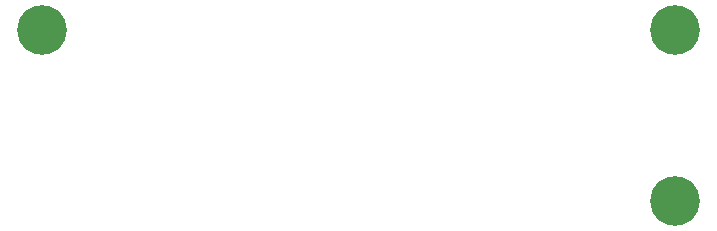
<source format=gbs>
G04 Layer_Color=16711935*
%FSLAX25Y25*%
%MOIN*%
G70*
G01*
G75*
%ADD40C,0.16548*%
D40*
X437500Y445500D02*
D03*
X648500Y388500D02*
D03*
Y445500D02*
D03*
M02*

</source>
